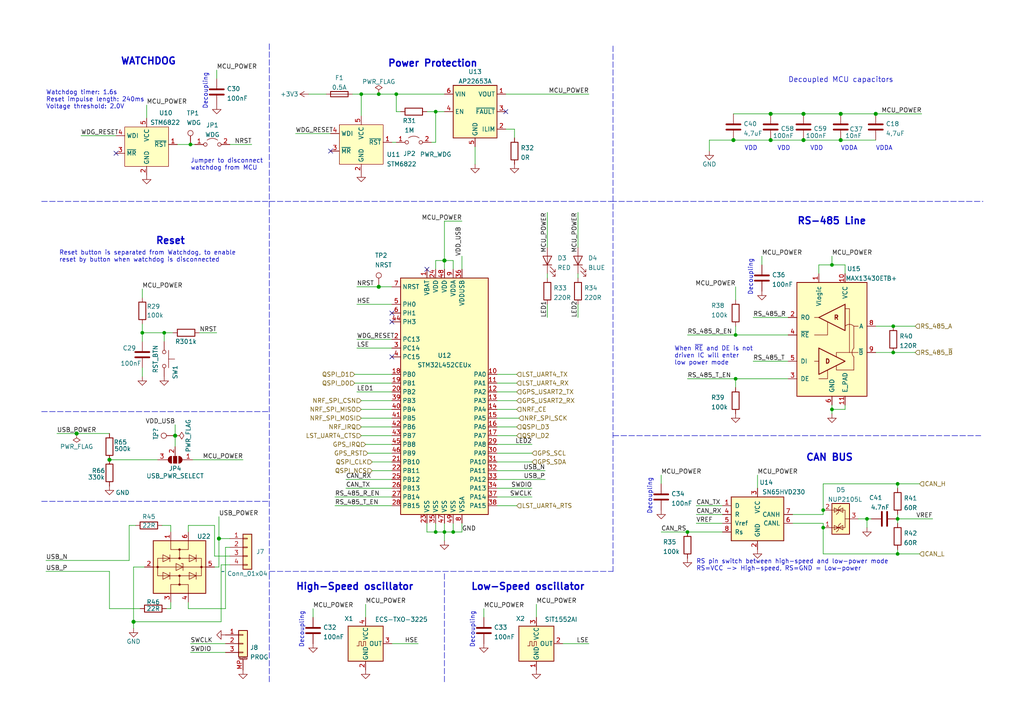
<source format=kicad_sch>
(kicad_sch (version 20210621) (generator eeschema)
  (paper "A4")
  (lib_symbols
    (symbol "Connector:TestPoint" (pin_numbers hide) (pin_names (offset 0.762) hide)
      (property "Reference" "TP" (at 0 6.858 0))
      (property "Value" "TestPoint" (at 0 5.08 0))
      (symbol "TestPoint_1_1"
        (pin passive line (at 0 0 90) (length 2.54) (name "1") (number "1"))
      )
    )
    (symbol "Connector_Generic:Conn_01x04" (pin_names (offset 1.016) hide)
      (property "Reference" "J" (at 0 5.08 0))
      (property "Value" "Conn_01x04" (at 0 -7.62 0))
      (symbol "Conn_01x04_1_1"
        (pin passive line (at -5.08 2.54 0) (length 3.81) (name "Pin_1") (number "1"))
        (pin passive line (at -5.08 0 0) (length 3.81) (name "Pin_2") (number "2"))
        (pin passive line (at -5.08 -2.54 0) (length 3.81) (name "Pin_3") (number "3"))
        (pin passive line (at -5.08 -5.08 0) (length 3.81) (name "Pin_4") (number "4"))
      )
    )
    (symbol "Connector_Generic_MountingPin:Conn_01x03_MountingPin" (pin_names (offset 1.016) hide)
      (property "Reference" "J" (at 0 5.08 0))
      (property "Value" "Conn_01x03_MountingPin" (at 1.27 -5.08 0))
      (symbol "Conn_01x03_MountingPin_1_1"
        (text "Mounting" (at 0 -4.191 0) (effects (font (size 0.381 0.381))))
        (pin passive line (at -5.08 2.54 0) (length 3.81) (name "Pin_1") (number "1"))
        (pin passive line (at -5.08 0 0) (length 3.81) (name "Pin_2") (number "2"))
        (pin passive line (at -5.08 -2.54 0) (length 3.81) (name "Pin_3") (number "3"))
        (pin passive line (at 0 -7.62 90) (length 3.048) (name "MountPin") (number "MP"))
      )
    )
    (symbol "Device:C" (pin_numbers hide) (pin_names (offset 0.254))
      (property "Reference" "C" (at 0.635 2.54 0))
      (property "Value" "C" (at 0.635 -2.54 0))
      (symbol "C_1_1"
        (pin passive line (at 0 3.81 270) (length 2.794) (name "~") (number "1"))
        (pin passive line (at 0 -3.81 90) (length 2.794) (name "~") (number "2"))
      )
    )
    (symbol "Device:Fuse" (pin_numbers hide) (pin_names (offset 0))
      (property "Reference" "F" (at 2.032 0 90))
      (property "Value" "Fuse" (at -1.905 0 90))
      (symbol "Fuse_1_1"
        (pin passive line (at 0 3.81 270) (length 1.27) (name "~") (number "1"))
        (pin passive line (at 0 -3.81 90) (length 1.27) (name "~") (number "2"))
      )
    )
    (symbol "Device:LED" (pin_numbers hide) (pin_names (offset 1.016) hide)
      (property "Reference" "D" (at 0 2.54 0))
      (property "Value" "LED" (at 0 -2.54 0))
      (symbol "LED_1_1"
        (pin passive line (at -3.81 0 0) (length 2.54) (name "K") (number "1"))
        (pin passive line (at 3.81 0 180) (length 2.54) (name "A") (number "2"))
      )
    )
    (symbol "Device:R" (pin_numbers hide) (pin_names (offset 0))
      (property "Reference" "R" (at 2.032 0 90))
      (property "Value" "R" (at 0 0 90))
      (symbol "R_1_1"
        (pin passive line (at 0 3.81 270) (length 1.27) (name "~") (number "1"))
        (pin passive line (at 0 -3.81 90) (length 1.27) (name "~") (number "2"))
      )
    )
    (symbol "Interface_CAN_LIN:SN65HVD230" (pin_names (offset 1.016))
      (property "Reference" "U" (at -2.54 10.16 0))
      (property "Value" "SN65HVD230" (at -2.54 7.62 0))
      (symbol "SN65HVD230_1_1"
        (pin input line (at -10.16 2.54 0) (length 2.54) (name "D") (number "1"))
        (pin power_in line (at 0 -10.16 90) (length 2.54) (name "GND") (number "2"))
        (pin power_in line (at 0 7.62 270) (length 2.54) (name "VCC") (number "3"))
        (pin output line (at -10.16 0 0) (length 2.54) (name "R") (number "4"))
        (pin output line (at -10.16 -2.54 0) (length 2.54) (name "Vref") (number "5"))
        (pin bidirectional line (at 10.16 -2.54 180) (length 2.54) (name "CANL") (number "6"))
        (pin bidirectional line (at 10.16 0 180) (length 2.54) (name "CANH") (number "7"))
        (pin input line (at -10.16 -5.08 0) (length 2.54) (name "Rs") (number "8"))
      )
    )
    (symbol "Jumper:Jumper_2_Open" (pin_names (offset 0) hide)
      (property "Reference" "JP" (at 0 2.794 0))
      (property "Value" "Jumper_2_Open" (at 0 -2.286 0))
      (symbol "Jumper_2_Open_1_1"
        (pin passive line (at -5.08 0 0) (length 2.54) (name "A") (number "1"))
        (pin passive line (at 5.08 0 180) (length 2.54) (name "B") (number "2"))
      )
    )
    (symbol "Jumper:SolderJumper_3_Open" (pin_names (offset 0) hide)
      (property "Reference" "JP" (at -2.54 -2.54 0))
      (property "Value" "SolderJumper_3_Open" (at 0 2.794 0))
      (symbol "SolderJumper_3_Open_1_1"
        (pin passive line (at -5.08 0 0) (length 2.54) (name "A") (number "1"))
        (pin input line (at 0 -3.81 90) (length 2.54) (name "C") (number "2"))
        (pin passive line (at 5.08 0 180) (length 2.54) (name "B") (number "3"))
      )
    )
    (symbol "MCU_ST_STM32L4:STM32L452CEUx"
      (property "Reference" "U" (at -12.7 34.29 0))
      (property "Value" "STM32L452CEUx" (at 7.62 34.29 0))
      (symbol "STM32L452CEUx_1_1"
        (pin power_in line (at -5.08 35.56 270) (length 2.54) (name "VBAT") (number "1"))
        (pin bidirectional line (at 15.24 5.08 180) (length 2.54) (name "PA0") (number "10"))
        (pin bidirectional line (at 15.24 2.54 180) (length 2.54) (name "PA1") (number "11"))
        (pin bidirectional line (at 15.24 0 180) (length 2.54) (name "PA2") (number "12"))
        (pin bidirectional line (at 15.24 -2.54 180) (length 2.54) (name "PA3") (number "13"))
        (pin bidirectional line (at 15.24 -5.08 180) (length 2.54) (name "PA4") (number "14"))
        (pin bidirectional line (at 15.24 -7.62 180) (length 2.54) (name "PA5") (number "15"))
        (pin bidirectional line (at 15.24 -10.16 180) (length 2.54) (name "PA6") (number "16"))
        (pin bidirectional line (at 15.24 -12.7 180) (length 2.54) (name "PA7") (number "17"))
        (pin bidirectional line (at -15.24 5.08 0) (length 2.54) (name "PB0") (number "18"))
        (pin bidirectional line (at -15.24 2.54 0) (length 2.54) (name "PB1") (number "19"))
        (pin bidirectional line (at -15.24 15.24 0) (length 2.54) (name "PC13") (number "2"))
        (pin bidirectional line (at -15.24 0 0) (length 2.54) (name "PB2") (number "20"))
        (pin bidirectional line (at -15.24 -20.32 0) (length 2.54) (name "PB10") (number "21"))
        (pin bidirectional line (at -15.24 -22.86 0) (length 2.54) (name "PB11") (number "22"))
        (pin power_in line (at -5.08 -38.1 90) (length 2.54) (name "VSS") (number "23"))
        (pin power_in line (at -2.54 35.56 270) (length 2.54) (name "VDD") (number "24"))
        (pin bidirectional line (at -15.24 -25.4 0) (length 2.54) (name "PB12") (number "25"))
        (pin bidirectional line (at -15.24 -27.94 0) (length 2.54) (name "PB13") (number "26"))
        (pin bidirectional line (at -15.24 -30.48 0) (length 2.54) (name "PB14") (number "27"))
        (pin bidirectional line (at -15.24 -33.02 0) (length 2.54) (name "PB15") (number "28"))
        (pin bidirectional line (at 15.24 -15.24 180) (length 2.54) (name "PA8") (number "29"))
        (pin bidirectional line (at -15.24 12.7 0) (length 2.54) (name "PC14") (number "3"))
        (pin bidirectional line (at 15.24 -17.78 180) (length 2.54) (name "PA9") (number "30"))
        (pin bidirectional line (at 15.24 -20.32 180) (length 2.54) (name "PA10") (number "31"))
        (pin bidirectional line (at 15.24 -22.86 180) (length 2.54) (name "PA11") (number "32"))
        (pin bidirectional line (at 15.24 -25.4 180) (length 2.54) (name "PA12") (number "33"))
        (pin bidirectional line (at 15.24 -27.94 180) (length 2.54) (name "PA13") (number "34"))
        (pin power_in line (at -2.54 -38.1 90) (length 2.54) (name "VSS") (number "35"))
        (pin power_in line (at 5.08 35.56 270) (length 2.54) (name "VDDUSB") (number "36"))
        (pin bidirectional line (at 15.24 -30.48 180) (length 2.54) (name "PA14") (number "37"))
        (pin bidirectional line (at 15.24 -33.02 180) (length 2.54) (name "PA15") (number "38"))
        (pin bidirectional line (at -15.24 -2.54 0) (length 2.54) (name "PB3") (number "39"))
        (pin bidirectional line (at -15.24 10.16 0) (length 2.54) (name "PC15") (number "4"))
        (pin bidirectional line (at -15.24 -5.08 0) (length 2.54) (name "PB4") (number "40"))
        (pin bidirectional line (at -15.24 -7.62 0) (length 2.54) (name "PB5") (number "41"))
        (pin bidirectional line (at -15.24 -10.16 0) (length 2.54) (name "PB6") (number "42"))
        (pin bidirectional line (at -15.24 -12.7 0) (length 2.54) (name "PB7") (number "43"))
        (pin bidirectional line (at -15.24 20.32 0) (length 2.54) (name "PH3") (number "44"))
        (pin bidirectional line (at -15.24 -15.24 0) (length 2.54) (name "PB8") (number "45"))
        (pin bidirectional line (at -15.24 -17.78 0) (length 2.54) (name "PB9") (number "46"))
        (pin power_in line (at 0 -38.1 90) (length 2.54) (name "VSS") (number "47"))
        (pin power_in line (at 0 35.56 270) (length 2.54) (name "VDD") (number "48"))
        (pin power_in line (at 2.54 -38.1 90) (length 2.54) (name "VSS") (number "49"))
        (pin input line (at -15.24 25.4 0) (length 2.54) (name "PH0") (number "5"))
        (pin input line (at -15.24 22.86 0) (length 2.54) (name "PH1") (number "6"))
        (pin input line (at -15.24 30.48 0) (length 2.54) (name "NRST") (number "7"))
        (pin power_in line (at 5.08 -38.1 90) (length 2.54) (name "VSSA") (number "8"))
        (pin power_in line (at 2.54 35.56 270) (length 2.54) (name "VDDA") (number "9"))
      )
    )
    (symbol "Power_Protection:NUP2105L" (pin_names hide)
      (property "Reference" "D" (at 5.715 2.54 0))
      (property "Value" "NUP2105L" (at 5.715 0.635 0))
      (symbol "NUP2105L_0_0"
        (pin passive line (at 0 -5.08 90) (length 2.54) (name "A") (number "3"))
      )
      (symbol "NUP2105L_1_1"
        (pin passive line (at -2.54 5.08 270) (length 2.54) (name "K") (number "1"))
        (pin passive line (at 2.54 5.08 270) (length 2.54) (name "K") (number "2"))
      )
    )
    (symbol "Power_Protection:USBLC6-2P6" (pin_names hide)
      (property "Reference" "U" (at 2.54 8.89 0))
      (property "Value" "USBLC6-2P6" (at 2.54 -8.89 0))
      (symbol "USBLC6-2P6_1_1"
        (pin passive line (at -10.16 -2.54 0) (length 2.54) (name "I/O1") (number "1"))
        (pin passive line (at 0 -10.16 90) (length 2.54) (name "GND") (number "2"))
        (pin passive line (at 10.16 -2.54 180) (length 2.54) (name "I/O2") (number "3"))
        (pin passive line (at 10.16 2.54 180) (length 2.54) (name "I/O2") (number "4"))
        (pin passive line (at 0 10.16 270) (length 2.54) (name "VBUS") (number "5"))
        (pin passive line (at -10.16 2.54 0) (length 2.54) (name "I/O1") (number "6"))
      )
    )
    (symbol "Switch:SW_Push" (pin_numbers hide) (pin_names (offset 1.016) hide)
      (property "Reference" "SW" (at 1.27 2.54 0))
      (property "Value" "SW_Push" (at 0 -1.524 0))
      (symbol "SW_Push_0_1"
        (pin passive line (at -5.08 0 0) (length 2.54) (name "1") (number "1"))
        (pin passive line (at 5.08 0 180) (length 2.54) (name "2") (number "2"))
      )
    )
    (symbol "TCY_IC:MAX13430ETB+" (pin_names (offset 1.016))
      (property "Reference" "U" (at -10.16 19.05 0))
      (property "Value" "MAX13430ETB+" (at 5.08 19.05 0))
      (symbol "MAX13430ETB+_0_0"
        (text "D" (at -1.27 -5.08 0) (effects (font (size 1.27 1.27) bold)))
        (text "R" (at 1.27 7.62 0) (effects (font (size 1.27 1.27) bold)))
      )
      (symbol "MAX13430ETB+_1_1"
        (pin power_in line (at -3.81 20.32 270) (length 2.54) (name "Vlogic") (number "1"))
        (pin power_in line (at 3.81 20.32 270) (length 2.54) (name "VCC") (number "10"))
        (pin power_in line (at 3.81 -17.78 90) (length 2.54) (name "E_PAD") (number "11"))
        (pin output line (at -12.7 7.62 0) (length 2.54) (name "RO") (number "2"))
        (pin input line (at -12.7 -10.16 0) (length 2.54) (name "DE") (number "3"))
        (pin input line (at -12.7 2.54 0) (length 2.54) (name "~{RE}") (number "4"))
        (pin input line (at -12.7 -5.08 0) (length 2.54) (name "DI") (number "5"))
        (pin power_in line (at 0 -17.78 90) (length 2.54) (name "GND") (number "6"))
        (pin no_connect line (at 10.16 1.27 180) (length 2.54) hide (name "NC") (number "7"))
        (pin input line (at 12.7 5.08 180) (length 2.54) (name "A") (number "8"))
        (pin input line (at 12.7 -2.54 180) (length 2.54) (name "~{B}") (number "9"))
      )
    )
    (symbol "TCY_IC:STM6822"
      (property "Reference" "U" (at 6.35 13.97 0))
      (property "Value" "STM6822" (at 6.35 16.51 0))
      (symbol "STM6822_1_1"
        (pin open_collector line (at 8.89 6.35 180) (length 2.54) (name "~{RST}") (number "1"))
        (pin passive line (at 0 -2.54 90) (length 2.54) (name "GND") (number "2"))
        (pin input line (at -8.89 3.81 0) (length 2.54) (name "~{MR}") (number "3"))
        (pin input line (at -8.89 8.89 0) (length 2.54) (name "WDI") (number "4"))
        (pin power_in line (at 0 13.97 270) (length 2.54) (name "VCC") (number "5"))
      )
    )
    (symbol "TCY_ocillators:ECS-TXO-3225" (pin_names (offset 0.254))
      (property "Reference" "X" (at -6.35 6.35 0))
      (property "Value" "ECS-TXO-3225" (at 1.27 6.35 0))
      (symbol "ECS-TXO-3225_1_1"
        (pin no_connect line (at -7.62 0 0) (length 2.54) hide (name "NC") (number "1"))
        (pin power_in line (at 0 -7.62 90) (length 2.54) (name "GND") (number "2"))
        (pin output line (at 7.62 0 180) (length 2.54) (name "OUT") (number "3"))
        (pin power_in line (at 0 7.62 270) (length 2.54) (name "VCC") (number "4"))
      )
    )
    (symbol "TCY_ocillators:SiT1552AI" (pin_names (offset 0.254))
      (property "Reference" "X" (at -6.35 6.35 0))
      (property "Value" "SiT1552AI" (at 1.27 6.35 0))
      (symbol "SiT1552AI_1_1"
        (pin power_in line (at 0 -7.62 90) (length 2.54) (name "GND") (number "1"))
        (pin output line (at 7.62 0 180) (length 2.54) (name "OUT") (number "2"))
        (pin power_in line (at 0 7.62 270) (length 2.54) (name "VCC") (number "3"))
        (pin power_in line (at 0 -7.62 90) (length 2.54) hide (name "GND") (number "4"))
      )
    )
    (symbol "TCY_power_management:AP22653"
      (property "Reference" "U" (at 8.89 7.62 0))
      (property "Value" "AP22653" (at 0 7.62 0))
      (symbol "AP22653_1_1"
        (pin power_out line (at 8.89 2.54 180) (length 2.54) (name "VOUT") (number "1"))
        (pin passive line (at 8.89 -7.62 180) (length 2.54) (name "ILIM") (number "2"))
        (pin output line (at 8.89 -2.54 180) (length 2.54) (name "~{FAULT}") (number "3"))
        (pin input line (at -8.89 -2.54 0) (length 2.54) (name "EN") (number "4"))
        (pin passive line (at 0 -12.7 90) (length 2.54) (name "GND") (number "5"))
        (pin power_in line (at -8.89 2.54 0) (length 2.54) (name "VIN") (number "6"))
        (pin passive line (at 0 -12.7 90) (length 2.54) hide (name "E_PAD") (number "7"))
      )
    )
    (symbol "power:+3V3" (power) (pin_names (offset 0))
      (property "Value" "+3V3" (at 0 3.556 0))
      (symbol "+3V3_1_1"
        (pin power_in line (at 0 0 90) (length 0) hide (name "+3V3") (number "1"))
      )
    )
    (symbol "power:GND" (power) (pin_names (offset 0))
      (property "Value" "GND" (at 0 -3.81 0))
      (symbol "GND_1_1"
        (pin power_in line (at 0 0 270) (length 0) hide (name "GND") (number "1"))
      )
    )
    (symbol "power:PWR_FLAG" (power) (pin_numbers hide) (pin_names (offset 0) hide)
      (property "Value" "PWR_FLAG" (at 0 3.81 0))
      (symbol "PWR_FLAG_0_0"
        (pin power_out line (at 0 0 90) (length 0) (name "pwr") (number "1"))
      )
    )
  )
  (junction (at 22.225 125.73) (diameter 1.016))
  (junction (at 31.75 133.35) (diameter 1.016))
  (junction (at 38.735 180.34) (diameter 1.016))
  (junction (at 41.275 96.52) (diameter 0.9144))
  (junction (at 47.625 96.52) (diameter 0.9144))
  (junction (at 50.8 126.365) (diameter 1.016))
  (junction (at 55.245 41.91) (diameter 0.9144))
  (junction (at 63.5 156.21) (diameter 1.016))
  (junction (at 104.775 27.305) (diameter 0.9144))
  (junction (at 109.855 27.305) (diameter 0.9144))
  (junction (at 109.855 83.185) (diameter 1.016))
  (junction (at 114.935 27.305) (diameter 0.9144))
  (junction (at 126.365 32.385) (diameter 0.9144))
  (junction (at 126.365 154.305) (diameter 0.9144))
  (junction (at 128.905 75.565) (diameter 1.016))
  (junction (at 128.905 154.305) (diameter 0.9144))
  (junction (at 131.445 154.305) (diameter 0.9144))
  (junction (at 199.39 154.305) (diameter 0.9144))
  (junction (at 212.725 40.64) (diameter 1.016))
  (junction (at 213.36 97.155) (diameter 0.9144))
  (junction (at 213.36 109.855) (diameter 0.9144))
  (junction (at 223.52 33.02) (diameter 1.016))
  (junction (at 223.52 40.64) (diameter 1.016))
  (junction (at 233.045 33.02) (diameter 1.016))
  (junction (at 233.045 40.64) (diameter 1.016))
  (junction (at 238.76 147.955) (diameter 0.9144))
  (junction (at 238.76 153.035) (diameter 0.9144))
  (junction (at 241.3 76.835) (diameter 0.9144))
  (junction (at 241.3 118.745) (diameter 0.9144))
  (junction (at 243.84 33.02) (diameter 1.016))
  (junction (at 243.84 40.64) (diameter 1.016))
  (junction (at 251.46 150.495) (diameter 0.9144))
  (junction (at 254 33.02) (diameter 1.016))
  (junction (at 259.08 94.615) (diameter 0.9144))
  (junction (at 259.08 102.235) (diameter 0.9144))
  (junction (at 260.35 140.335) (diameter 0.9144))
  (junction (at 260.35 150.495) (diameter 0.9144))
  (junction (at 260.35 160.655) (diameter 0.9144))
  (no_connect (at 33.655 44.45))
  (no_connect (at 95.885 43.815))
  (no_connect (at 113.665 90.805))
  (no_connect (at 113.665 93.345))
  (no_connect (at 113.665 103.505))
  (no_connect (at 123.825 78.105))
  (no_connect (at 146.685 32.385))
  (wire (pts (xy 13.335 162.56) (xy 37.465 162.56)))
  (wire (pts (xy 13.335 165.735) (xy 31.75 165.735)))
  (wire (pts (xy 16.51 125.73) (xy 22.225 125.73)))
  (wire (pts (xy 22.225 125.73) (xy 31.75 125.73)))
  (wire (pts (xy 23.495 39.37) (xy 33.655 39.37)))
  (wire (pts (xy 31.75 133.35) (xy 45.72 133.35)))
  (wire (pts (xy 31.75 165.735) (xy 31.75 176.53)))
  (wire (pts (xy 31.75 176.53) (xy 40.64 176.53)))
  (wire (pts (xy 37.465 152.4) (xy 37.465 162.56)))
  (wire (pts (xy 38.735 164.465) (xy 41.91 164.465)))
  (wire (pts (xy 38.735 180.34) (xy 38.735 164.465)))
  (wire (pts (xy 38.735 180.34) (xy 64.135 180.34)))
  (wire (pts (xy 38.735 182.245) (xy 38.735 180.34)))
  (wire (pts (xy 39.37 152.4) (xy 37.465 152.4)))
  (wire (pts (xy 41.275 83.82) (xy 41.275 86.36)))
  (wire (pts (xy 41.275 93.98) (xy 41.275 96.52)))
  (wire (pts (xy 41.275 96.52) (xy 41.275 99.06)))
  (wire (pts (xy 41.275 96.52) (xy 47.625 96.52)))
  (wire (pts (xy 41.275 106.68) (xy 41.275 109.22)))
  (wire (pts (xy 42.545 30.48) (xy 42.545 34.29)))
  (wire (pts (xy 46.99 152.4) (xy 49.53 152.4)))
  (wire (pts (xy 47.625 96.52) (xy 47.625 99.06)))
  (wire (pts (xy 47.625 96.52) (xy 50.165 96.52)))
  (wire (pts (xy 48.26 176.53) (xy 49.53 176.53)))
  (wire (pts (xy 49.53 154.305) (xy 49.53 152.4)))
  (wire (pts (xy 49.53 174.625) (xy 49.53 176.53)))
  (wire (pts (xy 50.8 123.19) (xy 50.8 126.365)))
  (wire (pts (xy 50.8 126.365) (xy 50.8 129.54)))
  (wire (pts (xy 51.435 41.91) (xy 55.245 41.91)))
  (wire (pts (xy 54.61 152.4) (xy 54.61 154.305)))
  (wire (pts (xy 54.61 174.625) (xy 54.61 176.53)))
  (wire (pts (xy 54.61 176.53) (xy 65.405 176.53)))
  (wire (pts (xy 55.245 41.91) (xy 56.515 41.91)))
  (wire (pts (xy 55.88 133.35) (xy 70.485 133.35)))
  (wire (pts (xy 57.785 96.52) (xy 62.865 96.52)))
  (wire (pts (xy 62.23 152.4) (xy 54.61 152.4)))
  (wire (pts (xy 62.23 161.29) (xy 62.23 152.4)))
  (wire (pts (xy 62.23 164.465) (xy 63.5 164.465)))
  (wire (pts (xy 62.865 20.32) (xy 62.865 22.86)))
  (wire (pts (xy 63.5 149.86) (xy 63.5 156.21)))
  (wire (pts (xy 63.5 156.21) (xy 63.5 164.465)))
  (wire (pts (xy 63.5 156.21) (xy 66.675 156.21)))
  (wire (pts (xy 64.135 163.83) (xy 64.135 180.34)))
  (wire (pts (xy 64.135 163.83) (xy 66.675 163.83)))
  (wire (pts (xy 65.405 158.75) (xy 65.405 176.53)))
  (wire (pts (xy 65.405 158.75) (xy 66.675 158.75)))
  (wire (pts (xy 65.405 186.69) (xy 55.245 186.69)))
  (wire (pts (xy 65.405 189.23) (xy 55.245 189.23)))
  (wire (pts (xy 66.675 41.91) (xy 73.025 41.91)))
  (wire (pts (xy 66.675 161.29) (xy 62.23 161.29)))
  (wire (pts (xy 85.725 38.735) (xy 95.885 38.735)))
  (wire (pts (xy 89.535 27.305) (xy 94.615 27.305)))
  (wire (pts (xy 90.805 176.53) (xy 90.805 179.07)))
  (wire (pts (xy 97.155 144.145) (xy 113.665 144.145)))
  (wire (pts (xy 97.155 146.685) (xy 113.665 146.685)))
  (wire (pts (xy 100.33 139.065) (xy 113.665 139.065)))
  (wire (pts (xy 100.33 141.605) (xy 113.665 141.605)))
  (wire (pts (xy 102.235 27.305) (xy 104.775 27.305)))
  (wire (pts (xy 102.87 108.585) (xy 113.665 108.585)))
  (wire (pts (xy 102.87 111.125) (xy 113.665 111.125)))
  (wire (pts (xy 103.505 83.185) (xy 109.855 83.185)))
  (wire (pts (xy 103.505 88.265) (xy 113.665 88.265)))
  (wire (pts (xy 103.505 98.425) (xy 113.665 98.425)))
  (wire (pts (xy 103.505 100.965) (xy 113.665 100.965)))
  (wire (pts (xy 104.775 27.305) (xy 109.855 27.305)))
  (wire (pts (xy 104.775 33.655) (xy 104.775 27.305)))
  (wire (pts (xy 104.775 116.205) (xy 113.665 116.205)))
  (wire (pts (xy 104.775 118.745) (xy 113.665 118.745)))
  (wire (pts (xy 104.775 121.285) (xy 113.665 121.285)))
  (wire (pts (xy 104.775 123.825) (xy 113.665 123.825)))
  (wire (pts (xy 104.775 126.365) (xy 113.665 126.365)))
  (wire (pts (xy 106.045 128.905) (xy 113.665 128.905)))
  (wire (pts (xy 106.045 175.26) (xy 106.045 179.07)))
  (wire (pts (xy 106.68 131.445) (xy 113.665 131.445)))
  (wire (pts (xy 109.855 27.305) (xy 114.935 27.305)))
  (wire (pts (xy 109.855 83.185) (xy 113.665 83.185)))
  (wire (pts (xy 113.665 41.275) (xy 114.935 41.275)))
  (wire (pts (xy 113.665 113.665) (xy 103.505 113.665)))
  (wire (pts (xy 113.665 133.985) (xy 107.95 133.985)))
  (wire (pts (xy 113.665 136.525) (xy 107.95 136.525)))
  (wire (pts (xy 113.665 186.69) (xy 121.285 186.69)))
  (wire (pts (xy 114.935 27.305) (xy 114.935 32.385)))
  (wire (pts (xy 114.935 27.305) (xy 128.905 27.305)))
  (wire (pts (xy 116.205 32.385) (xy 114.935 32.385)))
  (wire (pts (xy 123.825 32.385) (xy 126.365 32.385)))
  (wire (pts (xy 123.825 154.305) (xy 123.825 151.765)))
  (wire (pts (xy 125.095 41.275) (xy 126.365 41.275)))
  (wire (pts (xy 126.365 32.385) (xy 126.365 41.275)))
  (wire (pts (xy 126.365 32.385) (xy 128.905 32.385)))
  (wire (pts (xy 126.365 75.565) (xy 128.905 75.565)))
  (wire (pts (xy 126.365 78.105) (xy 126.365 75.565)))
  (wire (pts (xy 126.365 151.765) (xy 126.365 154.305)))
  (wire (pts (xy 126.365 154.305) (xy 123.825 154.305)))
  (wire (pts (xy 128.905 64.135) (xy 128.905 75.565)))
  (wire (pts (xy 128.905 64.135) (xy 133.985 64.135)))
  (wire (pts (xy 128.905 75.565) (xy 128.905 78.105)))
  (wire (pts (xy 128.905 75.565) (xy 131.445 75.565)))
  (wire (pts (xy 128.905 151.765) (xy 128.905 154.305)))
  (wire (pts (xy 128.905 154.305) (xy 126.365 154.305)))
  (wire (pts (xy 128.905 154.305) (xy 131.445 154.305)))
  (wire (pts (xy 128.905 156.845) (xy 128.905 154.305)))
  (wire (pts (xy 131.445 78.105) (xy 131.445 75.565)))
  (wire (pts (xy 131.445 151.765) (xy 131.445 154.305)))
  (wire (pts (xy 131.445 154.305) (xy 133.985 154.305)))
  (wire (pts (xy 133.985 74.295) (xy 133.985 78.105)))
  (wire (pts (xy 133.985 154.305) (xy 133.985 151.765)))
  (wire (pts (xy 137.795 42.545) (xy 137.795 47.625)))
  (wire (pts (xy 140.335 176.53) (xy 140.335 179.07)))
  (wire (pts (xy 144.145 108.585) (xy 149.86 108.585)))
  (wire (pts (xy 144.145 111.125) (xy 149.86 111.125)))
  (wire (pts (xy 144.145 113.665) (xy 149.86 113.665)))
  (wire (pts (xy 144.145 116.205) (xy 149.86 116.205)))
  (wire (pts (xy 144.145 118.745) (xy 149.86 118.745)))
  (wire (pts (xy 144.145 121.285) (xy 150.495 121.285)))
  (wire (pts (xy 144.145 123.825) (xy 149.86 123.825)))
  (wire (pts (xy 144.145 126.365) (xy 149.86 126.365)))
  (wire (pts (xy 144.145 128.905) (xy 154.305 128.905)))
  (wire (pts (xy 144.145 131.445) (xy 154.305 131.445)))
  (wire (pts (xy 144.145 133.985) (xy 154.305 133.985)))
  (wire (pts (xy 144.145 136.525) (xy 158.115 136.525)))
  (wire (pts (xy 144.145 139.065) (xy 158.115 139.065)))
  (wire (pts (xy 144.145 141.605) (xy 154.305 141.605)))
  (wire (pts (xy 144.145 144.145) (xy 154.305 144.145)))
  (wire (pts (xy 144.145 146.685) (xy 149.86 146.685)))
  (wire (pts (xy 146.685 27.305) (xy 170.815 27.305)))
  (wire (pts (xy 146.685 37.465) (xy 149.225 37.465)))
  (wire (pts (xy 149.225 37.465) (xy 149.225 40.005)))
  (wire (pts (xy 155.575 175.26) (xy 155.575 179.07)))
  (wire (pts (xy 158.75 61.595) (xy 158.75 71.755)))
  (wire (pts (xy 158.75 79.375) (xy 158.75 80.645)))
  (wire (pts (xy 158.75 88.265) (xy 158.75 92.075)))
  (wire (pts (xy 163.195 186.69) (xy 170.815 186.69)))
  (wire (pts (xy 167.64 61.595) (xy 167.64 71.755)))
  (wire (pts (xy 167.64 79.375) (xy 167.64 80.645)))
  (wire (pts (xy 167.64 88.265) (xy 167.64 92.075)))
  (wire (pts (xy 191.77 137.795) (xy 191.77 140.335)))
  (wire (pts (xy 191.77 154.305) (xy 199.39 154.305)))
  (wire (pts (xy 199.39 97.155) (xy 213.36 97.155)))
  (wire (pts (xy 199.39 109.855) (xy 213.36 109.855)))
  (wire (pts (xy 199.39 154.305) (xy 209.55 154.305)))
  (wire (pts (xy 201.93 146.685) (xy 209.55 146.685)))
  (wire (pts (xy 201.93 149.225) (xy 209.55 149.225)))
  (wire (pts (xy 201.93 151.765) (xy 209.55 151.765)))
  (wire (pts (xy 205.74 40.64) (xy 212.725 40.64)))
  (wire (pts (xy 205.74 43.815) (xy 205.74 40.64)))
  (wire (pts (xy 212.725 33.02) (xy 223.52 33.02)))
  (wire (pts (xy 212.725 40.64) (xy 223.52 40.64)))
  (wire (pts (xy 213.36 83.185) (xy 213.36 86.995)))
  (wire (pts (xy 213.36 94.615) (xy 213.36 97.155)))
  (wire (pts (xy 213.36 97.155) (xy 228.6 97.155)))
  (wire (pts (xy 213.36 109.855) (xy 213.36 112.395)))
  (wire (pts (xy 213.36 109.855) (xy 228.6 109.855)))
  (wire (pts (xy 218.44 92.075) (xy 228.6 92.075)))
  (wire (pts (xy 218.44 104.775) (xy 228.6 104.775)))
  (wire (pts (xy 219.71 137.795) (xy 219.71 141.605)))
  (wire (pts (xy 220.98 74.295) (xy 220.98 76.835)))
  (wire (pts (xy 223.52 33.02) (xy 233.045 33.02)))
  (wire (pts (xy 223.52 40.64) (xy 233.045 40.64)))
  (wire (pts (xy 229.87 149.225) (xy 238.76 149.225)))
  (wire (pts (xy 229.87 151.765) (xy 238.76 151.765)))
  (wire (pts (xy 233.045 33.02) (xy 243.84 33.02)))
  (wire (pts (xy 233.045 40.64) (xy 243.84 40.64)))
  (wire (pts (xy 237.49 76.835) (xy 241.3 76.835)))
  (wire (pts (xy 237.49 79.375) (xy 237.49 76.835)))
  (wire (pts (xy 238.76 140.335) (xy 238.76 147.955)))
  (wire (pts (xy 238.76 149.225) (xy 238.76 147.955)))
  (wire (pts (xy 238.76 151.765) (xy 238.76 153.035)))
  (wire (pts (xy 238.76 153.035) (xy 238.76 160.655)))
  (wire (pts (xy 241.3 76.835) (xy 241.3 74.295)))
  (wire (pts (xy 241.3 117.475) (xy 241.3 118.745)))
  (wire (pts (xy 241.3 118.745) (xy 241.3 120.015)))
  (wire (pts (xy 243.84 33.02) (xy 254 33.02)))
  (wire (pts (xy 243.84 40.64) (xy 254 40.64)))
  (wire (pts (xy 245.11 76.835) (xy 241.3 76.835)))
  (wire (pts (xy 245.11 79.375) (xy 245.11 76.835)))
  (wire (pts (xy 245.11 117.475) (xy 245.11 118.745)))
  (wire (pts (xy 245.11 118.745) (xy 241.3 118.745)))
  (wire (pts (xy 248.92 150.495) (xy 251.46 150.495)))
  (wire (pts (xy 251.46 150.495) (xy 251.46 153.035)))
  (wire (pts (xy 251.46 150.495) (xy 252.73 150.495)))
  (wire (pts (xy 254 33.02) (xy 267.335 33.02)))
  (wire (pts (xy 254 94.615) (xy 259.08 94.615)))
  (wire (pts (xy 254 102.235) (xy 259.08 102.235)))
  (wire (pts (xy 259.08 94.615) (xy 265.43 94.615)))
  (wire (pts (xy 259.08 102.235) (xy 265.43 102.235)))
  (wire (pts (xy 260.35 140.335) (xy 238.76 140.335)))
  (wire (pts (xy 260.35 140.335) (xy 260.35 141.605)))
  (wire (pts (xy 260.35 149.225) (xy 260.35 150.495)))
  (wire (pts (xy 260.35 150.495) (xy 270.51 150.495)))
  (wire (pts (xy 260.35 151.765) (xy 260.35 150.495)))
  (wire (pts (xy 260.35 159.385) (xy 260.35 160.655)))
  (wire (pts (xy 260.35 160.655) (xy 238.76 160.655)))
  (wire (pts (xy 266.7 140.335) (xy 260.35 140.335)))
  (wire (pts (xy 266.7 160.655) (xy 260.35 160.655)))
  (polyline (pts (xy 12.065 58.42) (xy 78.105 58.42)) (stroke (width 0) (type dash)))
  (polyline (pts (xy 12.065 119.38) (xy 78.105 119.38)) (stroke (width 0) (type dash)))
  (polyline (pts (xy 12.065 145.415) (xy 78.105 145.415)) (stroke (width 0) (type dash)))
  (polyline (pts (xy 78.105 12.7) (xy 78.105 166.37)) (stroke (width 0) (type dash)))
  (polyline (pts (xy 78.105 58.42) (xy 177.165 58.42)) (stroke (width 0) (type dash)))
  (polyline (pts (xy 78.105 165.735) (xy 177.8 165.735)) (stroke (width 0) (type dash)))
  (polyline (pts (xy 78.105 166.37) (xy 78.105 198.12)) (stroke (width 0) (type dash)))
  (polyline (pts (xy 128.905 166.37) (xy 128.905 198.12)) (stroke (width 0) (type dash)))
  (polyline (pts (xy 177.165 58.42) (xy 191.135 58.42)) (stroke (width 0) (type dash)))
  (polyline (pts (xy 177.8 13.335) (xy 177.8 165.735)) (stroke (width 0) (type dash)))
  (polyline (pts (xy 177.8 126.365) (xy 284.48 126.365)) (stroke (width 0) (type dash)))
  (polyline (pts (xy 191.135 58.42) (xy 285.115 58.42)) (stroke (width 0) (type dash)))
  (text "Watchdog timer: 1.6s\nReset impulse length: 240ms\nVoltage threshold: 2.0V" (at 13.335 31.75 0) (effects (font (size 1.27 1.27)) (justify left bottom)))
  (text "Reset button is separated from Watchdog, to enable\nreset by button when watchdog is disconnected" (at 17.145 76.2 0) (effects (font (size 1.27 1.27)) (justify left bottom)))
  (text "WATCHDOG" (at 34.925 19.05 0) (effects (font (size 2 2) (thickness 0.4) bold) (justify left bottom)))
  (text "Reset" (at 45.085 71.12 0) (effects (font (size 2 2) (thickness 0.4) bold) (justify left bottom)))
  (text "Jumper to disconnect\nwatchdog from MCU" (at 55.245 49.53 0) (effects (font (size 1.27 1.27)) (justify left bottom)))
  (text "Decoupling" (at 60.325 31.75 90) (effects (font (size 1.27 1.27)) (justify left bottom)))
  (text "High-Speed oscillator" (at 85.725 171.45 0) (effects (font (size 2 2) (thickness 0.4) bold) (justify left bottom)))
  (text "Decoupling" (at 88.265 187.96 90) (effects (font (size 1.27 1.27)) (justify left bottom)))
  (text "Power Protection" (at 112.395 19.685 0) (effects (font (size 2 2) (thickness 0.4) bold) (justify left bottom)))
  (text "Low-Speed oscillator" (at 136.525 171.45 0) (effects (font (size 2 2) (thickness 0.4) bold) (justify left bottom)))
  (text "Decoupling" (at 137.795 187.96 90) (effects (font (size 1.27 1.27)) (justify left bottom)))
  (text "Decoupling" (at 189.23 149.225 90) (effects (font (size 1.27 1.27)) (justify left bottom)))
  (text "When ~{RE} and DE is not\ndriven IC will enter\nlow power mode" (at 195.58 106.045 0) (effects (font (size 1.27 1.27)) (justify left bottom)))
  (text "RS pin switch between high-speed and low-power mode\nRS=VCC -> High-speed, RS=GND = Low-power" (at 201.93 165.735 0) (effects (font (size 1.27 1.27)) (justify left bottom)))
  (text "VDD" (at 215.9 43.815 0) (effects (font (size 1.27 1.27)) (justify left bottom)))
  (text "Decoupling" (at 218.44 85.725 90) (effects (font (size 1.27 1.27)) (justify left bottom)))
  (text "\n\n" (at 224.155 46.355 0) (effects (font (size 1.27 1.27)) (justify left bottom)))
  (text "VDD" (at 225.425 43.815 0) (effects (font (size 1.27 1.27)) (justify left bottom)))
  (text "Decoupled MCU capacitors" (at 228.6 24.13 0) (effects (font (size 1.5 1.5)) (justify left bottom)))
  (text "RS-485 Line" (at 231.14 65.405 0) (effects (font (size 2 2) (thickness 0.4) bold) (justify left bottom)))
  (text "CAN BUS" (at 233.68 133.985 0) (effects (font (size 2 2) (thickness 0.4) bold) (justify left bottom)))
  (text "VDD" (at 234.95 43.815 0) (effects (font (size 1.27 1.27)) (justify left bottom)))
  (text "VDDA\n" (at 243.84 43.815 0) (effects (font (size 1.27 1.27)) (justify left bottom)))
  (text "VDDA\n" (at 254 43.815 0) (effects (font (size 1.27 1.27)) (justify left bottom)))
  (text "\n\n" (at 266.065 45.085 0) (effects (font (size 1.27 1.27)) (justify left bottom)))
  (label "USB_N" (at 13.335 162.56 0))
  (label "USB_P" (at 13.335 165.735 0))
  (label "USB_POWER" (at 16.51 125.73 0))
  (label "WDG_RESET" (at 23.495 39.37 0))
  (label "MCU_POWER" (at 41.275 83.82 0))
  (label "MCU_POWER" (at 42.545 30.48 0))
  (label "VDD_USB" (at 50.8 123.19 180))
  (label "SWCLK" (at 55.245 186.69 0))
  (label "SWDIO" (at 55.245 189.23 0))
  (label "MCU_POWER" (at 62.865 20.32 0))
  (label "NRST" (at 62.865 96.52 180))
  (label "USB_POWER" (at 63.5 149.86 0))
  (label "MCU_POWER" (at 70.485 133.35 180))
  (label "NRST" (at 73.025 41.91 180))
  (label "WDG_RESET" (at 85.725 38.735 0))
  (label "MCU_POWER" (at 90.805 176.53 0))
  (label "RS_485_R_EN" (at 97.155 144.145 0))
  (label "RS_485_T_EN" (at 97.155 146.685 0))
  (label "CAN_RX" (at 100.33 139.065 0))
  (label "CAN_TX" (at 100.33 141.605 0))
  (label "NRST" (at 103.505 83.185 0))
  (label "HSE" (at 103.505 88.265 0))
  (label "WDG_RESET" (at 103.505 98.425 0))
  (label "LSE" (at 103.505 100.965 0))
  (label "LED1" (at 103.505 113.665 0))
  (label "MCU_POWER" (at 106.045 175.26 0))
  (label "HSE" (at 121.285 186.69 180))
  (label "MCU_POWER" (at 133.985 64.135 180))
  (label "VDD_USB" (at 133.985 74.295 90))
  (label "GND" (at 133.985 154.305 0))
  (label "MCU_POWER" (at 140.335 176.53 0))
  (label "LED2" (at 154.305 128.905 180))
  (label "SWDIO" (at 154.305 141.605 180))
  (label "SWCLK" (at 154.305 144.145 180))
  (label "MCU_POWER" (at 155.575 175.26 0))
  (label "USB_N" (at 158.115 136.525 180))
  (label "USB_P" (at 158.115 139.065 180))
  (label "MCU_POWER" (at 158.75 61.595 270))
  (label "LED1" (at 158.75 92.075 90))
  (label "MCU_POWER" (at 167.64 61.595 270))
  (label "LED2" (at 167.64 92.075 90))
  (label "MCU_POWER" (at 170.815 27.305 180))
  (label "LSE" (at 170.815 186.69 180))
  (label "MCU_POWER" (at 191.77 137.795 0))
  (label "CAN_RS" (at 191.77 154.305 0))
  (label "RS_485_R_EN" (at 199.39 97.155 0))
  (label "RS_485_T_EN" (at 199.39 109.855 0))
  (label "CAN_TX" (at 201.93 146.685 0))
  (label "CAN_RX" (at 201.93 149.225 0))
  (label "VREF" (at 201.93 151.765 0))
  (label "MCU_POWER" (at 213.36 83.185 180))
  (label "RS_485_R" (at 218.44 92.075 0))
  (label "RS_485_T" (at 218.44 104.775 0))
  (label "MCU_POWER" (at 219.71 137.795 0))
  (label "MCU_POWER" (at 220.98 74.295 0))
  (label "MCU_POWER" (at 241.3 74.295 0))
  (label "MCU_POWER" (at 267.335 33.02 180))
  (label "VREF" (at 270.51 150.495 180))
  (hierarchical_label "QSPI_D1" (shape input) (at 102.87 108.585 180))
  (hierarchical_label "QSPI_D0" (shape input) (at 102.87 111.125 180))
  (hierarchical_label "NRF_SPI_CSN" (shape input) (at 104.775 116.205 180))
  (hierarchical_label "NRF_SPI_MISO" (shape input) (at 104.775 118.745 180))
  (hierarchical_label "NRF_SPI_MOSI" (shape input) (at 104.775 121.285 180))
  (hierarchical_label "NRF_IRQ" (shape input) (at 104.775 123.825 180))
  (hierarchical_label "LST_UART4_CTS" (shape input) (at 104.775 126.365 180))
  (hierarchical_label "GPS_IRQ" (shape input) (at 106.045 128.905 180))
  (hierarchical_label "GPS_RST" (shape input) (at 106.68 131.445 180))
  (hierarchical_label "QSPI_CLK" (shape input) (at 107.95 133.985 180))
  (hierarchical_label "QSPI_NCS" (shape input) (at 107.95 136.525 180))
  (hierarchical_label "LST_UART4_TX" (shape input) (at 149.86 108.585 0))
  (hierarchical_label "LST_UART4_RX" (shape input) (at 149.86 111.125 0))
  (hierarchical_label "GPS_USART2_TX" (shape input) (at 149.86 113.665 0))
  (hierarchical_label "GPS_USART2_RX" (shape input) (at 149.86 116.205 0))
  (hierarchical_label "NRF_CE" (shape input) (at 149.86 118.745 0))
  (hierarchical_label "QSPI_D3" (shape input) (at 149.86 123.825 0))
  (hierarchical_label "QSPI_D2" (shape input) (at 149.86 126.365 0))
  (hierarchical_label "LST_UART4_RTS" (shape input) (at 149.86 146.685 0))
  (hierarchical_label "NRF_SPI_SCK" (shape input) (at 150.495 121.285 0))
  (hierarchical_label "GPS_SCL" (shape input) (at 154.305 131.445 0))
  (hierarchical_label "GPS_SDA" (shape input) (at 154.305 133.985 0))
  (hierarchical_label "RS_485_A" (shape input) (at 265.43 94.615 0))
  (hierarchical_label "RS_485_~{B}" (shape input) (at 265.43 102.235 0))
  (hierarchical_label "CAN_H" (shape input) (at 266.7 140.335 0))
  (hierarchical_label "CAN_L" (shape input) (at 266.7 160.655 0))
  (symbol (lib_id "power:+3V3") (at 89.535 27.305 90) (unit 1)
    (property "Reference" "#PWR0157" (effects hide))
    (property "Value" "+3V3" (at 81.28 27.3049 90) (effects (justify right)))
  )
  (symbol (lib_id "power:PWR_FLAG") (at 22.225 125.73 180) (unit 1)
    (property "Reference" "#FLG0103" (effects hide))
    (property "Value" "PWR_FLAG" (at 22.225 129.54 0))
  )
  (symbol (lib_id "power:PWR_FLAG") (at 50.8 126.365 270) (unit 1)
    (property "Reference" "#FLG07" (effects hide))
    (property "Value" "PWR_FLAG" (at 54.61 126.365 0))
  )
  (symbol (lib_id "power:PWR_FLAG") (at 109.855 27.305 0) (unit 1)
    (property "Reference" "#FLG0101" (effects hide))
    (property "Value" "PWR_FLAG" (at 109.855 23.7004 0))
  )
  (symbol (lib_id "Connector:TestPoint") (at 50.8 126.365 90) (unit 1)
    (property "Reference" "TP?" (at 45.1484 127.635 0) (effects (justify left)))
    (property "Value" "~" (at 45.72 126.365 0))
  )
  (symbol (lib_id "Connector:TestPoint") (at 55.245 41.91 0) (unit 1)
    (property "Reference" "TP1" (at 54.1021 32.81 0) (effects (justify left)))
    (property "Value" "WDG" (at 54.1021 35.5851 0) (effects (justify left)))
    (property "Footprint" "TCY_connectors:TestPoint_Pad_D0.5mm" (effects hide))
  )
  (symbol (lib_id "Connector:TestPoint") (at 109.855 83.185 0) (unit 1)
    (property "Reference" "TP2" (at 108.7121 74.085 0) (effects (justify left)))
    (property "Value" "NRST" (at 108.7121 76.8601 0) (effects (justify left)))
    (property "Footprint" "TCY_connectors:TestPoint_Pad_D0.5mm" (effects hide))
  )
  (symbol (lib_id "power:GND") (at 31.75 140.97 0) (unit 1)
    (property "Reference" "#PWR0134" (effects hide))
    (property "Value" "GND" (at 35.56 142.875 0))
  )
  (symbol (lib_id "power:GND") (at 38.735 182.245 0) (unit 1)
    (property "Reference" "#PWR0141" (effects hide))
    (property "Value" "GND" (at 38.735 186.055 0))
  )
  (symbol (lib_id "power:GND") (at 41.275 109.22 0) (unit 1)
    (property "Reference" "#PWR0127" (effects hide))
    (property "Value" "GND" (effects hide))
  )
  (symbol (lib_id "power:GND") (at 42.545 50.8 0) (unit 1)
    (property "Reference" "#PWR0125" (effects hide))
    (property "Value" "GND" (effects hide))
  )
  (symbol (lib_id "power:GND") (at 47.625 109.22 0) (unit 1)
    (property "Reference" "#PWR0128" (effects hide))
    (property "Value" "GND" (effects hide))
  )
  (symbol (lib_id "power:GND") (at 62.865 30.48 0) (unit 1)
    (property "Reference" "#PWR0126" (effects hide))
    (property "Value" "GND" (effects hide))
  )
  (symbol (lib_id "power:GND") (at 65.405 184.15 270) (unit 1)
    (property "Reference" "#PWR0132" (effects hide))
    (property "Value" "GND" (effects hide))
  )
  (symbol (lib_id "power:GND") (at 70.485 194.31 0) (unit 1)
    (property "Reference" "#PWR0131" (effects hide))
    (property "Value" "GND" (effects hide))
  )
  (symbol (lib_id "power:GND") (at 90.805 186.69 0) (unit 1)
    (property "Reference" "#PWR0133" (effects hide))
    (property "Value" "GND" (effects hide))
  )
  (symbol (lib_id "power:GND") (at 104.775 50.165 0) (unit 1)
    (property "Reference" "#PWR0137" (effects hide))
    (property "Value" "GND" (effects hide))
  )
  (symbol (lib_id "power:GND") (at 106.045 194.31 0) (unit 1)
    (property "Reference" "#PWR0135" (effects hide))
    (property "Value" "GND" (effects hide))
  )
  (symbol (lib_id "power:GND") (at 128.905 156.845 0) (unit 1)
    (property "Reference" "#PWR0138" (effects hide))
    (property "Value" "GND" (effects hide))
  )
  (symbol (lib_id "power:GND") (at 137.795 47.625 0) (unit 1)
    (property "Reference" "#PWR0139" (effects hide))
    (property "Value" "GND" (effects hide))
  )
  (symbol (lib_id "power:GND") (at 140.335 186.69 0) (unit 1)
    (property "Reference" "#PWR0130" (effects hide))
    (property "Value" "GND" (effects hide))
  )
  (symbol (lib_id "power:GND") (at 149.225 47.625 0) (unit 1)
    (property "Reference" "#PWR0124" (effects hide))
    (property "Value" "GND" (effects hide))
  )
  (symbol (lib_id "power:GND") (at 155.575 194.31 0) (unit 1)
    (property "Reference" "#PWR0129" (effects hide))
    (property "Value" "GND" (effects hide))
  )
  (symbol (lib_id "power:GND") (at 191.77 147.955 0) (unit 1)
    (property "Reference" "#PWR0121" (effects hide))
    (property "Value" "GND" (effects hide))
  )
  (symbol (lib_id "power:GND") (at 199.39 161.925 0) (unit 1)
    (property "Reference" "#PWR0119" (effects hide))
    (property "Value" "GND" (effects hide))
  )
  (symbol (lib_id "power:GND") (at 205.74 43.815 0) (unit 1)
    (property "Reference" "#PWR0116" (effects hide))
    (property "Value" "GND" (at 205.74 47.625 0))
  )
  (symbol (lib_id "power:GND") (at 213.36 120.015 0) (unit 1)
    (property "Reference" "#PWR0120" (effects hide))
    (property "Value" "GND" (effects hide))
  )
  (symbol (lib_id "power:GND") (at 219.71 159.385 0) (unit 1)
    (property "Reference" "#PWR0118" (effects hide))
    (property "Value" "GND" (effects hide))
  )
  (symbol (lib_id "power:GND") (at 220.98 84.455 0) (unit 1)
    (property "Reference" "#PWR0117" (effects hide))
    (property "Value" "GND" (effects hide))
  )
  (symbol (lib_id "power:GND") (at 241.3 120.015 0) (unit 1)
    (property "Reference" "#PWR0122" (effects hide))
    (property "Value" "GND" (effects hide))
  )
  (symbol (lib_id "power:GND") (at 251.46 153.035 0) (unit 1)
    (property "Reference" "#PWR0123" (effects hide))
    (property "Value" "GND" (effects hide))
  )
  (symbol (lib_id "Device:Fuse") (at 98.425 27.305 90) (unit 1)
    (property "Reference" "F1" (at 98.425 22.5764 90))
    (property "Value" "0.5A" (at 98.425 25.3515 90))
    (property "Footprint" "Fuse:Fuse_0805_2012Metric" (effects hide))
  )
  (symbol (lib_id "Device:R") (at 31.75 129.54 0) (unit 1)
    (property "Reference" "R65" (at 34.925 128.27 0))
    (property "Value" "500k" (at 35.56 130.175 0))
    (property "Footprint" "Inductor_SMD:L_0603_1608Metric" (effects hide))
  )
  (symbol (lib_id "Device:R") (at 31.75 137.16 0) (unit 1)
    (property "Reference" "R66" (at 28.575 136.525 0))
    (property "Value" "330k" (at 27.94 138.43 0))
    (property "Footprint" "Resistor_SMD:R_0603_1608Metric" (effects hide))
  )
  (symbol (lib_id "Device:R") (at 41.275 90.17 0) (unit 1)
    (property "Reference" "R29" (at 42.545 88.9 0) (effects (justify left)))
    (property "Value" "100k" (at 42.545 91.44 0) (effects (justify left)))
    (property "Footprint" "Resistor_SMD:R_0603_1608Metric" (effects hide))
  )
  (symbol (lib_id "Device:R") (at 43.18 152.4 270) (unit 1)
    (property "Reference" "R45" (at 43.18 149.86 90))
    (property "Value" "22R" (at 43.18 152.4 90))
    (property "Footprint" "Resistor_SMD:R_0603_1608Metric" (effects hide))
  )
  (symbol (lib_id "Device:R") (at 44.45 176.53 90) (unit 1)
    (property "Reference" "R46" (at 44.45 174.625 90))
    (property "Value" "22R" (at 44.45 176.53 90))
    (property "Footprint" "Resistor_SMD:R_0603_1608Metric" (effects hide))
  )
  (symbol (lib_id "Device:R") (at 53.975 96.52 270) (unit 1)
    (property "Reference" "R30" (at 50.8 99.06 90) (effects (justify left)))
    (property "Value" "1k" (at 54.61 99.06 90) (effects (justify left)))
    (property "Footprint" "Resistor_SMD:R_0603_1608Metric" (effects hide))
  )
  (symbol (lib_id "Device:R") (at 120.015 32.385 90) (unit 1)
    (property "Reference" "R31" (at 118.745 35.0224 90))
    (property "Value" "1M" (at 118.745 37.7975 90))
    (property "Footprint" "Resistor_SMD:R_0603_1608Metric" (effects hide))
  )
  (symbol (lib_id "Device:R") (at 149.225 43.815 0) (unit 1)
    (property "Reference" "R32" (at 151.0031 42.9065 0) (effects (justify left)))
    (property "Value" "0R" (at 151.0031 45.6816 0) (effects (justify left)))
    (property "Footprint" "Resistor_SMD:R_0603_1608Metric" (effects hide))
  )
  (symbol (lib_id "Device:R") (at 158.75 84.455 0) (unit 1)
    (property "Reference" "R33" (at 160.5281 83.5465 0) (effects (justify left)))
    (property "Value" "220R" (at 160.5281 86.3216 0) (effects (justify left)))
    (property "Footprint" "Resistor_SMD:R_0603_1608Metric" (effects hide))
  )
  (symbol (lib_id "Device:R") (at 167.64 84.455 0) (unit 1)
    (property "Reference" "R34" (at 169.4181 83.5465 0) (effects (justify left)))
    (property "Value" "220R" (at 169.4181 86.3216 0) (effects (justify left)))
    (property "Footprint" "Resistor_SMD:R_0603_1608Metric" (effects hide))
  )
  (symbol (lib_id "Device:R") (at 199.39 158.115 0) (unit 1)
    (property "Reference" "R35" (at 192.2781 157.2065 0) (effects (justify left)))
    (property "Value" "100k" (at 192.2781 159.9816 0) (effects (justify left)))
    (property "Footprint" "Resistor_SMD:R_0603_1608Metric" (effects hide))
  )
  (symbol (lib_id "Device:R") (at 213.36 90.805 0) (unit 1)
    (property "Reference" "R38" (at 206.2481 88.6265 0) (effects (justify left)))
    (property "Value" "100k" (at 206.2481 91.4016 0) (effects (justify left)))
    (property "Footprint" "Resistor_SMD:R_0603_1608Metric" (effects hide))
  )
  (symbol (lib_id "Device:R") (at 213.36 116.205 0) (unit 1)
    (property "Reference" "R39" (at 206.2481 115.2965 0) (effects (justify left)))
    (property "Value" "100k" (at 206.2481 118.0716 0) (effects (justify left)))
    (property "Footprint" "Resistor_SMD:R_0603_1608Metric" (effects hide))
  )
  (symbol (lib_id "Device:R") (at 259.08 98.425 0) (unit 1)
    (property "Reference" "R40" (at 260.8581 97.5165 0) (effects (justify left)))
    (property "Value" "120R" (at 260.8581 100.2916 0) (effects (justify left)))
    (property "Footprint" "Resistor_SMD:R_0603_1608Metric" (effects hide))
  )
  (symbol (lib_id "Device:R") (at 260.35 145.415 0) (unit 1)
    (property "Reference" "R41" (at 262.1281 144.5065 0) (effects (justify left)))
    (property "Value" "60R" (at 262.1281 147.2816 0) (effects (justify left)))
    (property "Footprint" "Resistor_SMD:R_0603_1608Metric" (effects hide))
  )
  (symbol (lib_id "Device:R") (at 260.35 155.575 0) (unit 1)
    (property "Reference" "R42" (at 262.1281 154.6665 0) (effects (justify left)))
    (property "Value" "60R" (at 262.1281 157.4416 0) (effects (justify left)))
    (property "Footprint" "Resistor_SMD:R_0603_1608Metric" (effects hide))
  )
  (symbol (lib_id "Jumper:Jumper_2_Open") (at 61.595 41.91 0) (unit 1)
    (property "Reference" "JP1" (at 61.595 36.2924 0))
    (property "Value" "WDG" (at 61.595 39.0675 0))
    (property "Footprint" "Jumper:SolderJumper-2_P1.3mm_Open_RoundedPad1.0x1.5mm" (effects hide))
  )
  (symbol (lib_id "Jumper:Jumper_2_Open") (at 120.015 41.275 0) (unit 1)
    (property "Reference" "JP2" (at 118.745 44.5474 0))
    (property "Value" "PWR_WDG" (at 126.365 44.7825 0))
    (property "Footprint" "Jumper:SolderJumper-2_P1.3mm_Open_RoundedPad1.0x1.5mm" (effects hide))
  )
  (symbol (lib_id "Device:LED") (at 158.75 75.565 90) (unit 1)
    (property "Reference" "D3" (at 161.6711 74.847 90) (effects (justify right)))
    (property "Value" "RED" (at 161.6711 77.6221 90) (effects (justify right)))
    (property "Footprint" "LED_SMD:LED_0603_1608Metric_Castellated" (effects hide))
  )
  (symbol (lib_id "Device:LED") (at 167.64 75.565 90) (unit 1)
    (property "Reference" "D4" (at 170.5611 74.847 90) (effects (justify right)))
    (property "Value" "BLUE" (at 170.5611 77.6221 90) (effects (justify right)))
    (property "Footprint" "LED_SMD:LED_0603_1608Metric_Castellated" (effects hide))
  )
  (symbol (lib_id "Device:C") (at 41.275 102.87 0) (unit 1)
    (property "Reference" "C29" (at 35.56 100.965 0) (effects (justify left)))
    (property "Value" "100nF" (at 34.925 105.41 0) (effects (justify left)))
    (property "Footprint" "Capacitor_SMD:C_0603_1608Metric" (effects hide))
  )
  (symbol (lib_id "Device:C") (at 62.865 26.67 0) (unit 1)
    (property "Reference" "C30" (at 65.7861 25.7615 0) (effects (justify left)))
    (property "Value" "100nF" (at 65.7861 28.5366 0) (effects (justify left)))
    (property "Footprint" "Capacitor_SMD:C_0603_1608Metric" (effects hide))
  )
  (symbol (lib_id "Device:C") (at 90.805 182.88 0) (unit 1)
    (property "Reference" "C32" (at 93.7261 181.9715 0) (effects (justify left)))
    (property "Value" "100nF" (at 93.7261 184.7466 0) (effects (justify left)))
    (property "Footprint" "Capacitor_SMD:C_0603_1608Metric" (effects hide))
  )
  (symbol (lib_id "Device:C") (at 140.335 182.88 0) (unit 1)
    (property "Reference" "C33" (at 143.2561 181.9715 0) (effects (justify left)))
    (property "Value" "100nF" (at 143.2561 184.7466 0) (effects (justify left)))
    (property "Footprint" "Capacitor_SMD:C_0603_1608Metric" (effects hide))
  )
  (symbol (lib_id "Device:C") (at 191.77 144.145 0) (unit 1)
    (property "Reference" "C34" (at 194.6911 143.2365 0) (effects (justify left)))
    (property "Value" "100nF" (at 194.6911 146.0116 0) (effects (justify left)))
    (property "Footprint" "Capacitor_SMD:C_0603_1608Metric" (effects hide))
  )
  (symbol (lib_id "Device:C") (at 212.725 36.83 0) (unit 1)
    (property "Reference" "C40" (at 215.6461 35.9215 0) (effects (justify left)))
    (property "Value" "4,7uF" (at 215.6461 38.6966 0) (effects (justify left)))
    (property "Footprint" "Capacitor_SMD:C_0603_1608Metric" (effects hide))
  )
  (symbol (lib_id "Device:C") (at 220.98 80.645 0) (unit 1)
    (property "Reference" "C36" (at 223.9011 79.7365 0) (effects (justify left)))
    (property "Value" "100nF" (at 223.9011 82.5116 0) (effects (justify left)))
    (property "Footprint" "Capacitor_SMD:C_0603_1608Metric" (effects hide))
  )
  (symbol (lib_id "Device:C") (at 223.52 36.83 0) (unit 1)
    (property "Reference" "C58" (at 226.4411 37.309 0) (effects (justify left)))
    (property "Value" "100nF" (at 224.155 39.37 0) (effects (justify left)))
    (property "Footprint" "Capacitor_SMD:C_0603_1608Metric" (effects hide))
  )
  (symbol (lib_id "Device:C") (at 233.045 36.83 0) (unit 1)
    (property "Reference" "C59" (at 235.9661 37.309 0) (effects (justify left)))
    (property "Value" "100nF" (at 233.68 39.37 0) (effects (justify left)))
    (property "Footprint" "Capacitor_SMD:C_0603_1608Metric" (effects hide))
  )
  (symbol (lib_id "Device:C") (at 243.84 36.83 0) (unit 1)
    (property "Reference" "C37" (at 246.38 37.4649 0) (effects (justify left)))
    (property "Value" "10nF" (at 245.11 39.3699 0) (effects (justify left)))
    (property "Footprint" "Capacitor_SMD:C_0603_1608Metric" (effects hide))
  )
  (symbol (lib_id "Device:C") (at 254 36.83 0) (unit 1)
    (property "Reference" "C18" (at 256.9211 35.9215 0) (effects (justify left)))
    (property "Value" "4,7uF" (at 256.9211 38.6966 0) (effects (justify left)))
    (property "Footprint" "Capacitor_SMD:C_0603_1608Metric" (effects hide))
  )
  (symbol (lib_id "Device:C") (at 256.54 150.495 90) (unit 1)
    (property "Reference" "C41" (at 254 144.3694 90))
    (property "Value" "4.7nF" (at 255.27 147.1445 90))
    (property "Footprint" "Capacitor_SMD:C_0603_1608Metric" (effects hide))
  )
  (symbol (lib_id "Switch:SW_Push") (at 47.625 104.14 270) (unit 1)
    (property "Reference" "SW1" (at 50.8 107.95 0))
    (property "Value" "RST_BTN" (at 45.085 104.14 0))
    (property "Footprint" "TCY_buttons_switches:KMT031NGJLHS" (effects hide))
  )
  (symbol (lib_id "Jumper:SolderJumper_3_Open") (at 50.8 133.35 180) (unit 1)
    (property "Reference" "JP4" (at 50.8 135.89 0))
    (property "Value" "USB_PWR_SELECT" (at 50.8 138.049 0))
    (property "Footprint" "Jumper:SolderJumper-3_P1.3mm_Open_RoundedPad1.0x1.5mm" (effects hide))
  )
  (symbol (lib_id "Connector_Generic:Conn_01x04") (at 71.755 158.75 0) (unit 1)
    (property "Reference" "J7" (at 74.295 160.0199 0) (effects (justify left)))
    (property "Value" "Conn_01x04" (at 71.755 166.37 0))
    (property "Footprint" "Connector_PinSocket_2.54mm:PinSocket_1x04_P2.54mm_Vertical" (effects hide))
  )
  (symbol (lib_id "Connector_Generic_MountingPin:Conn_01x03_MountingPin") (at 70.485 186.69 0) (unit 1)
    (property "Reference" "J8" (at 72.5171 187.8135 0) (effects (justify left)))
    (property "Value" "PROG" (at 72.5171 190.5886 0) (effects (justify left)))
    (property "Footprint" "TCY_connectors:Amphenol_10114830-11103LF_1x03_P1.25mm_Horizontal" (effects hide))
  )
  (symbol (lib_id "Power_Protection:NUP2105L") (at 243.84 150.495 90) (unit 1)
    (property "Reference" "D5" (at 243.84 142.0834 90))
    (property "Value" "NUP2105L" (at 245.11 144.8585 90))
    (property "Footprint" "Package_TO_SOT_SMD:SOT-23" (effects hide))
    (property "Datasheet" "http://www.onsemi.com/pub_link/Collateral/NUP2105L-D.PDF" (effects hide))
  )
  (symbol (lib_id "TCY_ocillators:SiT1552AI") (at 155.575 186.69 0) (unit 1)
    (property "Reference" "X2" (at 152.273 179.4315 0) (effects (justify right)))
    (property "Value" "SiT1552AI" (at 167.513 179.6666 0) (effects (justify right)))
    (property "Footprint" "TCY_oscillators:CSP-4_1.5x0.8mm" (effects hide))
    (property "Datasheet" "https://www.sitime.com/datasheet/SiT1552" (effects hide))
  )
  (symbol (lib_id "TCY_ocillators:ECS-TXO-3225") (at 106.045 186.69 0) (unit 1)
    (property "Reference" "X1" (at 102.4889 179.4315 0) (effects (justify right)))
    (property "Value" "ECS-TXO-3225" (at 124.0789 179.6666 0) (effects (justify right)))
    (property "Footprint" "TCY_oscillators:ECS-TXO-3225" (effects hide))
    (property "Datasheet" "https://ecsxtal.com/store/pdf/ECS-TXO-3225.pdf" (effects hide))
  )
  (symbol (lib_id "TCY_IC:STM6822") (at 42.545 48.26 0) (unit 1)
    (property "Reference" "U10" (at 46.1011 32.7465 0) (effects (justify left)))
    (property "Value" "STM6822" (at 43.5611 35.5216 0) (effects (justify left)))
    (property "Footprint" "Package_TO_SOT_SMD:SOT-23-5" (effects hide))
    (property "Datasheet" "https://www.st.com/resource/en/datasheet/stm6321.pdf" (effects hide))
  )
  (symbol (lib_id "TCY_IC:STM6822") (at 104.775 47.625 0) (unit 1)
    (property "Reference" "U11" (at 112.1411 44.8115 0) (effects (justify left)))
    (property "Value" "STM6822" (at 112.1411 47.5866 0) (effects (justify left)))
    (property "Footprint" "Package_TO_SOT_SMD:SOT-23-5" (effects hide))
    (property "Datasheet" "https://www.st.com/resource/en/datasheet/stm6321.pdf" (effects hide))
  )
  (symbol (lib_id "TCY_power_management:AP22653") (at 137.795 29.845 0) (unit 1)
    (property "Reference" "U13" (at 137.795 20.7984 0))
    (property "Value" "AP22653A" (at 137.795 23.5735 0))
    (property "Footprint" "Package_DFN_QFN:DFN-6-1EP_2x2mm_P0.65mm_EP1x1.6mm" (effects hide))
    (property "Datasheet" "https://www.diodes.com/assets/Datasheets/AP22652_53_52A_53A.pdf" (effects hide))
  )
  (symbol (lib_id "Interface_CAN_LIN:SN65HVD230") (at 219.71 149.225 0) (unit 1)
    (property "Reference" "U14" (at 222.25 139.9244 0))
    (property "Value" "SN65HVD230" (at 227.33 142.6995 0))
    (property "Footprint" "Package_SO:SOIC-8_3.9x4.9mm_P1.27mm" (effects hide))
    (property "Datasheet" "http://www.ti.com/lit/ds/symlink/sn65hvd230.pdf" (effects hide))
  )
  (symbol (lib_id "Power_Protection:USBLC6-2P6") (at 52.07 164.465 270) (unit 1)
    (property "Reference" "U22" (at 57.15 155.5749 90) (effects (justify left)))
    (property "Value" "~" (at 64.135 165.7349 90) (effects (justify left)))
    (property "Footprint" "Package_TO_SOT_SMD:SOT-23-6" (effects hide))
    (property "Datasheet" "https://www.st.com/resource/en/datasheet/usblc6-2.pdf" (effects hide))
  )
  (symbol (lib_id "TCY_IC:MAX13430ETB+") (at 241.3 99.695 0) (unit 1)
    (property "Reference" "U15" (at 247.65 77.9686 0))
    (property "Value" "MAX13430ETB+" (at 252.73 80.7437 0))
    (property "Footprint" "Package_DFN_QFN:DFN-10-1EP_3x3mm_P0.5mm_EP1.55x2.48mm" (effects hide))
    (property "Datasheet" "https://datasheets.maximintegrated.com/en/ds/MAX13430E-MAX13433E.pdf" (effects hide))
  )
  (symbol (lib_id "MCU_ST_STM32L4:STM32L452CEUx") (at 128.905 113.665 0) (unit 1)
    (property "Reference" "U12" (at 128.905 103.0944 0))
    (property "Value" "STM32L452CEUx" (at 128.905 105.8695 0))
    (property "Footprint" "Package_DFN_QFN:QFN-48-1EP_7x7mm_P0.5mm_EP5.6x5.6mm" (effects hide))
    (property "Datasheet" "http://www.st.com/st-web-ui/static/active/en/resource/technical/document/datasheet/DM00340549.pdf" (effects hide))
  )
)
</source>
